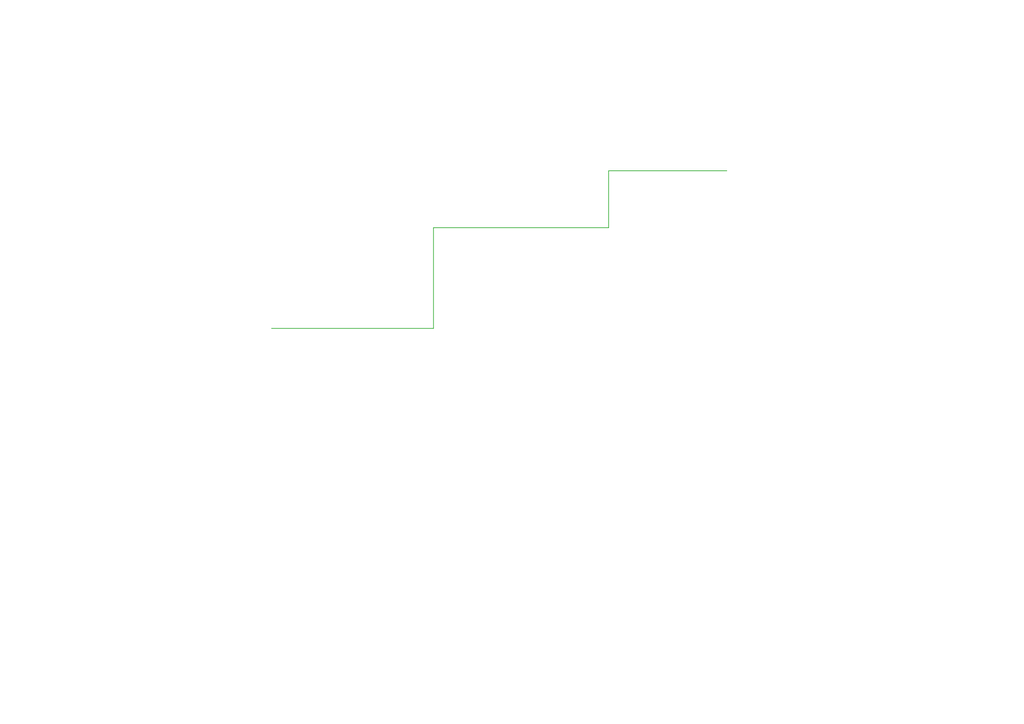
<source format=kicad_sch>
(kicad_sch (version 20200714) (host eeschema "(5.99.0-2317-g779ed4058)")
  (page 1 1)
  (paper "A4")
  (lib_symbols)
  (wire (pts (xy 78.74 95.25) (xy 125.73 95.25)))
  (wire (pts (xy 125.73 66.04) (xy 176.53 66.04)))
  (wire (pts (xy 125.73 95.25) (xy 125.73 66.04)))
  (wire (pts (xy 176.53 49.53) (xy 210.82 49.53)))
  (wire (pts (xy 176.53 66.04) (xy 176.53 49.53)))
)
</source>
